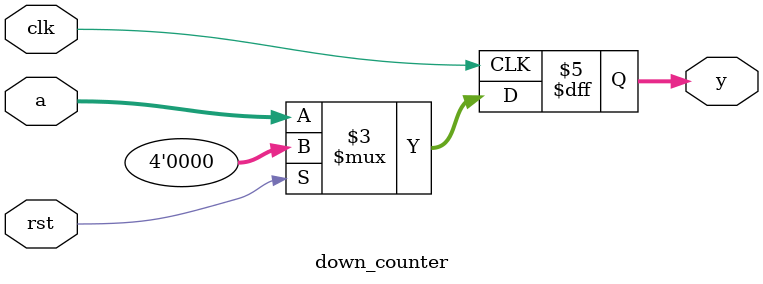
<source format=v>
/* 
 * Corevexis Semiconductor 
 * Example 18: DOWN COUNTER 
 */

module down_counter (
    input clk,
    input rst,
    input [3:0] a,
    output reg [3:0] y
);

always @(posedge clk) begin
    if(rst) y <= 4'b0;
    else y <= a; 
end

endmodule
</source>
